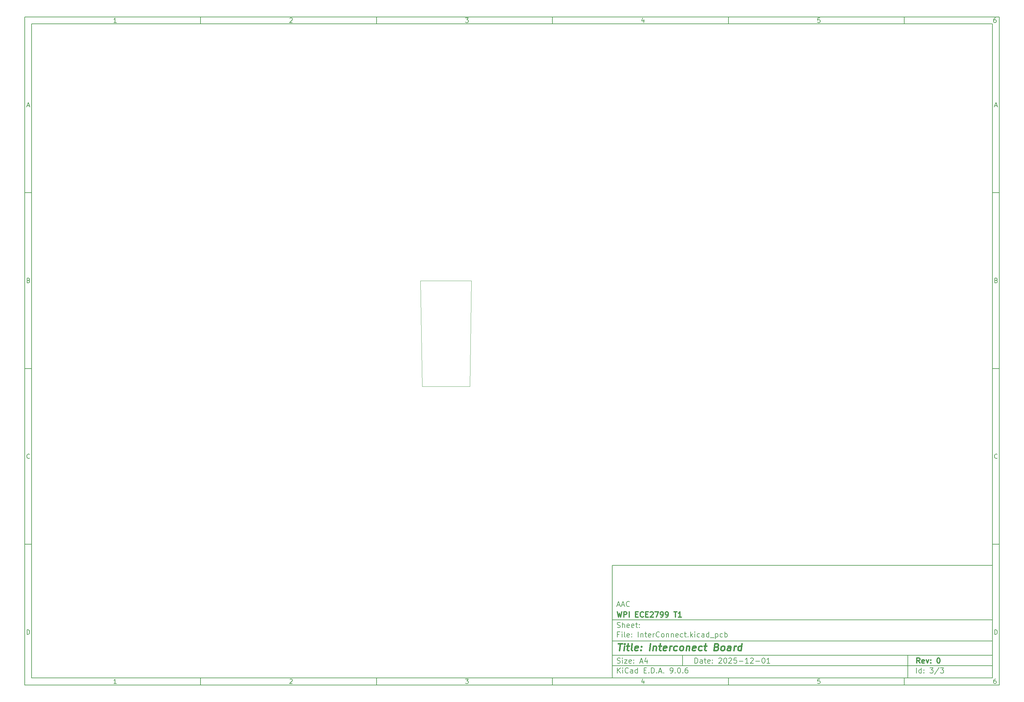
<source format=gbr>
%TF.GenerationSoftware,KiCad,Pcbnew,9.0.6*%
%TF.CreationDate,2025-12-02T11:08:25-05:00*%
%TF.ProjectId,InterConnect,496e7465-7243-46f6-9e6e-6563742e6b69,0*%
%TF.SameCoordinates,Original*%
%TF.FileFunction,Profile,NP*%
%FSLAX46Y46*%
G04 Gerber Fmt 4.6, Leading zero omitted, Abs format (unit mm)*
G04 Created by KiCad (PCBNEW 9.0.6) date 2025-12-02 11:08:25*
%MOMM*%
%LPD*%
G01*
G04 APERTURE LIST*
%ADD10C,0.100000*%
%ADD11C,0.150000*%
%ADD12C,0.300000*%
%ADD13C,0.400000*%
%TA.AperFunction,Profile*%
%ADD14C,0.050000*%
%TD*%
G04 APERTURE END LIST*
D10*
D11*
X177002200Y-166007200D02*
X285002200Y-166007200D01*
X285002200Y-198007200D01*
X177002200Y-198007200D01*
X177002200Y-166007200D01*
D10*
D11*
X10000000Y-10000000D02*
X287002200Y-10000000D01*
X287002200Y-200007200D01*
X10000000Y-200007200D01*
X10000000Y-10000000D01*
D10*
D11*
X12000000Y-12000000D02*
X285002200Y-12000000D01*
X285002200Y-198007200D01*
X12000000Y-198007200D01*
X12000000Y-12000000D01*
D10*
D11*
X60000000Y-12000000D02*
X60000000Y-10000000D01*
D10*
D11*
X110000000Y-12000000D02*
X110000000Y-10000000D01*
D10*
D11*
X160000000Y-12000000D02*
X160000000Y-10000000D01*
D10*
D11*
X210000000Y-12000000D02*
X210000000Y-10000000D01*
D10*
D11*
X260000000Y-12000000D02*
X260000000Y-10000000D01*
D10*
D11*
X36089160Y-11593604D02*
X35346303Y-11593604D01*
X35717731Y-11593604D02*
X35717731Y-10293604D01*
X35717731Y-10293604D02*
X35593922Y-10479319D01*
X35593922Y-10479319D02*
X35470112Y-10603128D01*
X35470112Y-10603128D02*
X35346303Y-10665033D01*
D10*
D11*
X85346303Y-10417414D02*
X85408207Y-10355509D01*
X85408207Y-10355509D02*
X85532017Y-10293604D01*
X85532017Y-10293604D02*
X85841541Y-10293604D01*
X85841541Y-10293604D02*
X85965350Y-10355509D01*
X85965350Y-10355509D02*
X86027255Y-10417414D01*
X86027255Y-10417414D02*
X86089160Y-10541223D01*
X86089160Y-10541223D02*
X86089160Y-10665033D01*
X86089160Y-10665033D02*
X86027255Y-10850747D01*
X86027255Y-10850747D02*
X85284398Y-11593604D01*
X85284398Y-11593604D02*
X86089160Y-11593604D01*
D10*
D11*
X135284398Y-10293604D02*
X136089160Y-10293604D01*
X136089160Y-10293604D02*
X135655826Y-10788842D01*
X135655826Y-10788842D02*
X135841541Y-10788842D01*
X135841541Y-10788842D02*
X135965350Y-10850747D01*
X135965350Y-10850747D02*
X136027255Y-10912652D01*
X136027255Y-10912652D02*
X136089160Y-11036461D01*
X136089160Y-11036461D02*
X136089160Y-11345985D01*
X136089160Y-11345985D02*
X136027255Y-11469795D01*
X136027255Y-11469795D02*
X135965350Y-11531700D01*
X135965350Y-11531700D02*
X135841541Y-11593604D01*
X135841541Y-11593604D02*
X135470112Y-11593604D01*
X135470112Y-11593604D02*
X135346303Y-11531700D01*
X135346303Y-11531700D02*
X135284398Y-11469795D01*
D10*
D11*
X185965350Y-10726938D02*
X185965350Y-11593604D01*
X185655826Y-10231700D02*
X185346303Y-11160271D01*
X185346303Y-11160271D02*
X186151064Y-11160271D01*
D10*
D11*
X236027255Y-10293604D02*
X235408207Y-10293604D01*
X235408207Y-10293604D02*
X235346303Y-10912652D01*
X235346303Y-10912652D02*
X235408207Y-10850747D01*
X235408207Y-10850747D02*
X235532017Y-10788842D01*
X235532017Y-10788842D02*
X235841541Y-10788842D01*
X235841541Y-10788842D02*
X235965350Y-10850747D01*
X235965350Y-10850747D02*
X236027255Y-10912652D01*
X236027255Y-10912652D02*
X236089160Y-11036461D01*
X236089160Y-11036461D02*
X236089160Y-11345985D01*
X236089160Y-11345985D02*
X236027255Y-11469795D01*
X236027255Y-11469795D02*
X235965350Y-11531700D01*
X235965350Y-11531700D02*
X235841541Y-11593604D01*
X235841541Y-11593604D02*
X235532017Y-11593604D01*
X235532017Y-11593604D02*
X235408207Y-11531700D01*
X235408207Y-11531700D02*
X235346303Y-11469795D01*
D10*
D11*
X285965350Y-10293604D02*
X285717731Y-10293604D01*
X285717731Y-10293604D02*
X285593922Y-10355509D01*
X285593922Y-10355509D02*
X285532017Y-10417414D01*
X285532017Y-10417414D02*
X285408207Y-10603128D01*
X285408207Y-10603128D02*
X285346303Y-10850747D01*
X285346303Y-10850747D02*
X285346303Y-11345985D01*
X285346303Y-11345985D02*
X285408207Y-11469795D01*
X285408207Y-11469795D02*
X285470112Y-11531700D01*
X285470112Y-11531700D02*
X285593922Y-11593604D01*
X285593922Y-11593604D02*
X285841541Y-11593604D01*
X285841541Y-11593604D02*
X285965350Y-11531700D01*
X285965350Y-11531700D02*
X286027255Y-11469795D01*
X286027255Y-11469795D02*
X286089160Y-11345985D01*
X286089160Y-11345985D02*
X286089160Y-11036461D01*
X286089160Y-11036461D02*
X286027255Y-10912652D01*
X286027255Y-10912652D02*
X285965350Y-10850747D01*
X285965350Y-10850747D02*
X285841541Y-10788842D01*
X285841541Y-10788842D02*
X285593922Y-10788842D01*
X285593922Y-10788842D02*
X285470112Y-10850747D01*
X285470112Y-10850747D02*
X285408207Y-10912652D01*
X285408207Y-10912652D02*
X285346303Y-11036461D01*
D10*
D11*
X60000000Y-198007200D02*
X60000000Y-200007200D01*
D10*
D11*
X110000000Y-198007200D02*
X110000000Y-200007200D01*
D10*
D11*
X160000000Y-198007200D02*
X160000000Y-200007200D01*
D10*
D11*
X210000000Y-198007200D02*
X210000000Y-200007200D01*
D10*
D11*
X260000000Y-198007200D02*
X260000000Y-200007200D01*
D10*
D11*
X36089160Y-199600804D02*
X35346303Y-199600804D01*
X35717731Y-199600804D02*
X35717731Y-198300804D01*
X35717731Y-198300804D02*
X35593922Y-198486519D01*
X35593922Y-198486519D02*
X35470112Y-198610328D01*
X35470112Y-198610328D02*
X35346303Y-198672233D01*
D10*
D11*
X85346303Y-198424614D02*
X85408207Y-198362709D01*
X85408207Y-198362709D02*
X85532017Y-198300804D01*
X85532017Y-198300804D02*
X85841541Y-198300804D01*
X85841541Y-198300804D02*
X85965350Y-198362709D01*
X85965350Y-198362709D02*
X86027255Y-198424614D01*
X86027255Y-198424614D02*
X86089160Y-198548423D01*
X86089160Y-198548423D02*
X86089160Y-198672233D01*
X86089160Y-198672233D02*
X86027255Y-198857947D01*
X86027255Y-198857947D02*
X85284398Y-199600804D01*
X85284398Y-199600804D02*
X86089160Y-199600804D01*
D10*
D11*
X135284398Y-198300804D02*
X136089160Y-198300804D01*
X136089160Y-198300804D02*
X135655826Y-198796042D01*
X135655826Y-198796042D02*
X135841541Y-198796042D01*
X135841541Y-198796042D02*
X135965350Y-198857947D01*
X135965350Y-198857947D02*
X136027255Y-198919852D01*
X136027255Y-198919852D02*
X136089160Y-199043661D01*
X136089160Y-199043661D02*
X136089160Y-199353185D01*
X136089160Y-199353185D02*
X136027255Y-199476995D01*
X136027255Y-199476995D02*
X135965350Y-199538900D01*
X135965350Y-199538900D02*
X135841541Y-199600804D01*
X135841541Y-199600804D02*
X135470112Y-199600804D01*
X135470112Y-199600804D02*
X135346303Y-199538900D01*
X135346303Y-199538900D02*
X135284398Y-199476995D01*
D10*
D11*
X185965350Y-198734138D02*
X185965350Y-199600804D01*
X185655826Y-198238900D02*
X185346303Y-199167471D01*
X185346303Y-199167471D02*
X186151064Y-199167471D01*
D10*
D11*
X236027255Y-198300804D02*
X235408207Y-198300804D01*
X235408207Y-198300804D02*
X235346303Y-198919852D01*
X235346303Y-198919852D02*
X235408207Y-198857947D01*
X235408207Y-198857947D02*
X235532017Y-198796042D01*
X235532017Y-198796042D02*
X235841541Y-198796042D01*
X235841541Y-198796042D02*
X235965350Y-198857947D01*
X235965350Y-198857947D02*
X236027255Y-198919852D01*
X236027255Y-198919852D02*
X236089160Y-199043661D01*
X236089160Y-199043661D02*
X236089160Y-199353185D01*
X236089160Y-199353185D02*
X236027255Y-199476995D01*
X236027255Y-199476995D02*
X235965350Y-199538900D01*
X235965350Y-199538900D02*
X235841541Y-199600804D01*
X235841541Y-199600804D02*
X235532017Y-199600804D01*
X235532017Y-199600804D02*
X235408207Y-199538900D01*
X235408207Y-199538900D02*
X235346303Y-199476995D01*
D10*
D11*
X285965350Y-198300804D02*
X285717731Y-198300804D01*
X285717731Y-198300804D02*
X285593922Y-198362709D01*
X285593922Y-198362709D02*
X285532017Y-198424614D01*
X285532017Y-198424614D02*
X285408207Y-198610328D01*
X285408207Y-198610328D02*
X285346303Y-198857947D01*
X285346303Y-198857947D02*
X285346303Y-199353185D01*
X285346303Y-199353185D02*
X285408207Y-199476995D01*
X285408207Y-199476995D02*
X285470112Y-199538900D01*
X285470112Y-199538900D02*
X285593922Y-199600804D01*
X285593922Y-199600804D02*
X285841541Y-199600804D01*
X285841541Y-199600804D02*
X285965350Y-199538900D01*
X285965350Y-199538900D02*
X286027255Y-199476995D01*
X286027255Y-199476995D02*
X286089160Y-199353185D01*
X286089160Y-199353185D02*
X286089160Y-199043661D01*
X286089160Y-199043661D02*
X286027255Y-198919852D01*
X286027255Y-198919852D02*
X285965350Y-198857947D01*
X285965350Y-198857947D02*
X285841541Y-198796042D01*
X285841541Y-198796042D02*
X285593922Y-198796042D01*
X285593922Y-198796042D02*
X285470112Y-198857947D01*
X285470112Y-198857947D02*
X285408207Y-198919852D01*
X285408207Y-198919852D02*
X285346303Y-199043661D01*
D10*
D11*
X10000000Y-60000000D02*
X12000000Y-60000000D01*
D10*
D11*
X10000000Y-110000000D02*
X12000000Y-110000000D01*
D10*
D11*
X10000000Y-160000000D02*
X12000000Y-160000000D01*
D10*
D11*
X10690476Y-35222176D02*
X11309523Y-35222176D01*
X10566666Y-35593604D02*
X10999999Y-34293604D01*
X10999999Y-34293604D02*
X11433333Y-35593604D01*
D10*
D11*
X11092857Y-84912652D02*
X11278571Y-84974557D01*
X11278571Y-84974557D02*
X11340476Y-85036461D01*
X11340476Y-85036461D02*
X11402380Y-85160271D01*
X11402380Y-85160271D02*
X11402380Y-85345985D01*
X11402380Y-85345985D02*
X11340476Y-85469795D01*
X11340476Y-85469795D02*
X11278571Y-85531700D01*
X11278571Y-85531700D02*
X11154761Y-85593604D01*
X11154761Y-85593604D02*
X10659523Y-85593604D01*
X10659523Y-85593604D02*
X10659523Y-84293604D01*
X10659523Y-84293604D02*
X11092857Y-84293604D01*
X11092857Y-84293604D02*
X11216666Y-84355509D01*
X11216666Y-84355509D02*
X11278571Y-84417414D01*
X11278571Y-84417414D02*
X11340476Y-84541223D01*
X11340476Y-84541223D02*
X11340476Y-84665033D01*
X11340476Y-84665033D02*
X11278571Y-84788842D01*
X11278571Y-84788842D02*
X11216666Y-84850747D01*
X11216666Y-84850747D02*
X11092857Y-84912652D01*
X11092857Y-84912652D02*
X10659523Y-84912652D01*
D10*
D11*
X11402380Y-135469795D02*
X11340476Y-135531700D01*
X11340476Y-135531700D02*
X11154761Y-135593604D01*
X11154761Y-135593604D02*
X11030952Y-135593604D01*
X11030952Y-135593604D02*
X10845238Y-135531700D01*
X10845238Y-135531700D02*
X10721428Y-135407890D01*
X10721428Y-135407890D02*
X10659523Y-135284080D01*
X10659523Y-135284080D02*
X10597619Y-135036461D01*
X10597619Y-135036461D02*
X10597619Y-134850747D01*
X10597619Y-134850747D02*
X10659523Y-134603128D01*
X10659523Y-134603128D02*
X10721428Y-134479319D01*
X10721428Y-134479319D02*
X10845238Y-134355509D01*
X10845238Y-134355509D02*
X11030952Y-134293604D01*
X11030952Y-134293604D02*
X11154761Y-134293604D01*
X11154761Y-134293604D02*
X11340476Y-134355509D01*
X11340476Y-134355509D02*
X11402380Y-134417414D01*
D10*
D11*
X10659523Y-185593604D02*
X10659523Y-184293604D01*
X10659523Y-184293604D02*
X10969047Y-184293604D01*
X10969047Y-184293604D02*
X11154761Y-184355509D01*
X11154761Y-184355509D02*
X11278571Y-184479319D01*
X11278571Y-184479319D02*
X11340476Y-184603128D01*
X11340476Y-184603128D02*
X11402380Y-184850747D01*
X11402380Y-184850747D02*
X11402380Y-185036461D01*
X11402380Y-185036461D02*
X11340476Y-185284080D01*
X11340476Y-185284080D02*
X11278571Y-185407890D01*
X11278571Y-185407890D02*
X11154761Y-185531700D01*
X11154761Y-185531700D02*
X10969047Y-185593604D01*
X10969047Y-185593604D02*
X10659523Y-185593604D01*
D10*
D11*
X287002200Y-60000000D02*
X285002200Y-60000000D01*
D10*
D11*
X287002200Y-110000000D02*
X285002200Y-110000000D01*
D10*
D11*
X287002200Y-160000000D02*
X285002200Y-160000000D01*
D10*
D11*
X285692676Y-35222176D02*
X286311723Y-35222176D01*
X285568866Y-35593604D02*
X286002199Y-34293604D01*
X286002199Y-34293604D02*
X286435533Y-35593604D01*
D10*
D11*
X286095057Y-84912652D02*
X286280771Y-84974557D01*
X286280771Y-84974557D02*
X286342676Y-85036461D01*
X286342676Y-85036461D02*
X286404580Y-85160271D01*
X286404580Y-85160271D02*
X286404580Y-85345985D01*
X286404580Y-85345985D02*
X286342676Y-85469795D01*
X286342676Y-85469795D02*
X286280771Y-85531700D01*
X286280771Y-85531700D02*
X286156961Y-85593604D01*
X286156961Y-85593604D02*
X285661723Y-85593604D01*
X285661723Y-85593604D02*
X285661723Y-84293604D01*
X285661723Y-84293604D02*
X286095057Y-84293604D01*
X286095057Y-84293604D02*
X286218866Y-84355509D01*
X286218866Y-84355509D02*
X286280771Y-84417414D01*
X286280771Y-84417414D02*
X286342676Y-84541223D01*
X286342676Y-84541223D02*
X286342676Y-84665033D01*
X286342676Y-84665033D02*
X286280771Y-84788842D01*
X286280771Y-84788842D02*
X286218866Y-84850747D01*
X286218866Y-84850747D02*
X286095057Y-84912652D01*
X286095057Y-84912652D02*
X285661723Y-84912652D01*
D10*
D11*
X286404580Y-135469795D02*
X286342676Y-135531700D01*
X286342676Y-135531700D02*
X286156961Y-135593604D01*
X286156961Y-135593604D02*
X286033152Y-135593604D01*
X286033152Y-135593604D02*
X285847438Y-135531700D01*
X285847438Y-135531700D02*
X285723628Y-135407890D01*
X285723628Y-135407890D02*
X285661723Y-135284080D01*
X285661723Y-135284080D02*
X285599819Y-135036461D01*
X285599819Y-135036461D02*
X285599819Y-134850747D01*
X285599819Y-134850747D02*
X285661723Y-134603128D01*
X285661723Y-134603128D02*
X285723628Y-134479319D01*
X285723628Y-134479319D02*
X285847438Y-134355509D01*
X285847438Y-134355509D02*
X286033152Y-134293604D01*
X286033152Y-134293604D02*
X286156961Y-134293604D01*
X286156961Y-134293604D02*
X286342676Y-134355509D01*
X286342676Y-134355509D02*
X286404580Y-134417414D01*
D10*
D11*
X285661723Y-185593604D02*
X285661723Y-184293604D01*
X285661723Y-184293604D02*
X285971247Y-184293604D01*
X285971247Y-184293604D02*
X286156961Y-184355509D01*
X286156961Y-184355509D02*
X286280771Y-184479319D01*
X286280771Y-184479319D02*
X286342676Y-184603128D01*
X286342676Y-184603128D02*
X286404580Y-184850747D01*
X286404580Y-184850747D02*
X286404580Y-185036461D01*
X286404580Y-185036461D02*
X286342676Y-185284080D01*
X286342676Y-185284080D02*
X286280771Y-185407890D01*
X286280771Y-185407890D02*
X286156961Y-185531700D01*
X286156961Y-185531700D02*
X285971247Y-185593604D01*
X285971247Y-185593604D02*
X285661723Y-185593604D01*
D10*
D11*
X200458026Y-193793328D02*
X200458026Y-192293328D01*
X200458026Y-192293328D02*
X200815169Y-192293328D01*
X200815169Y-192293328D02*
X201029455Y-192364757D01*
X201029455Y-192364757D02*
X201172312Y-192507614D01*
X201172312Y-192507614D02*
X201243741Y-192650471D01*
X201243741Y-192650471D02*
X201315169Y-192936185D01*
X201315169Y-192936185D02*
X201315169Y-193150471D01*
X201315169Y-193150471D02*
X201243741Y-193436185D01*
X201243741Y-193436185D02*
X201172312Y-193579042D01*
X201172312Y-193579042D02*
X201029455Y-193721900D01*
X201029455Y-193721900D02*
X200815169Y-193793328D01*
X200815169Y-193793328D02*
X200458026Y-193793328D01*
X202600884Y-193793328D02*
X202600884Y-193007614D01*
X202600884Y-193007614D02*
X202529455Y-192864757D01*
X202529455Y-192864757D02*
X202386598Y-192793328D01*
X202386598Y-192793328D02*
X202100884Y-192793328D01*
X202100884Y-192793328D02*
X201958026Y-192864757D01*
X202600884Y-193721900D02*
X202458026Y-193793328D01*
X202458026Y-193793328D02*
X202100884Y-193793328D01*
X202100884Y-193793328D02*
X201958026Y-193721900D01*
X201958026Y-193721900D02*
X201886598Y-193579042D01*
X201886598Y-193579042D02*
X201886598Y-193436185D01*
X201886598Y-193436185D02*
X201958026Y-193293328D01*
X201958026Y-193293328D02*
X202100884Y-193221900D01*
X202100884Y-193221900D02*
X202458026Y-193221900D01*
X202458026Y-193221900D02*
X202600884Y-193150471D01*
X203100884Y-192793328D02*
X203672312Y-192793328D01*
X203315169Y-192293328D02*
X203315169Y-193579042D01*
X203315169Y-193579042D02*
X203386598Y-193721900D01*
X203386598Y-193721900D02*
X203529455Y-193793328D01*
X203529455Y-193793328D02*
X203672312Y-193793328D01*
X204743741Y-193721900D02*
X204600884Y-193793328D01*
X204600884Y-193793328D02*
X204315170Y-193793328D01*
X204315170Y-193793328D02*
X204172312Y-193721900D01*
X204172312Y-193721900D02*
X204100884Y-193579042D01*
X204100884Y-193579042D02*
X204100884Y-193007614D01*
X204100884Y-193007614D02*
X204172312Y-192864757D01*
X204172312Y-192864757D02*
X204315170Y-192793328D01*
X204315170Y-192793328D02*
X204600884Y-192793328D01*
X204600884Y-192793328D02*
X204743741Y-192864757D01*
X204743741Y-192864757D02*
X204815170Y-193007614D01*
X204815170Y-193007614D02*
X204815170Y-193150471D01*
X204815170Y-193150471D02*
X204100884Y-193293328D01*
X205458026Y-193650471D02*
X205529455Y-193721900D01*
X205529455Y-193721900D02*
X205458026Y-193793328D01*
X205458026Y-193793328D02*
X205386598Y-193721900D01*
X205386598Y-193721900D02*
X205458026Y-193650471D01*
X205458026Y-193650471D02*
X205458026Y-193793328D01*
X205458026Y-192864757D02*
X205529455Y-192936185D01*
X205529455Y-192936185D02*
X205458026Y-193007614D01*
X205458026Y-193007614D02*
X205386598Y-192936185D01*
X205386598Y-192936185D02*
X205458026Y-192864757D01*
X205458026Y-192864757D02*
X205458026Y-193007614D01*
X207243741Y-192436185D02*
X207315169Y-192364757D01*
X207315169Y-192364757D02*
X207458027Y-192293328D01*
X207458027Y-192293328D02*
X207815169Y-192293328D01*
X207815169Y-192293328D02*
X207958027Y-192364757D01*
X207958027Y-192364757D02*
X208029455Y-192436185D01*
X208029455Y-192436185D02*
X208100884Y-192579042D01*
X208100884Y-192579042D02*
X208100884Y-192721900D01*
X208100884Y-192721900D02*
X208029455Y-192936185D01*
X208029455Y-192936185D02*
X207172312Y-193793328D01*
X207172312Y-193793328D02*
X208100884Y-193793328D01*
X209029455Y-192293328D02*
X209172312Y-192293328D01*
X209172312Y-192293328D02*
X209315169Y-192364757D01*
X209315169Y-192364757D02*
X209386598Y-192436185D01*
X209386598Y-192436185D02*
X209458026Y-192579042D01*
X209458026Y-192579042D02*
X209529455Y-192864757D01*
X209529455Y-192864757D02*
X209529455Y-193221900D01*
X209529455Y-193221900D02*
X209458026Y-193507614D01*
X209458026Y-193507614D02*
X209386598Y-193650471D01*
X209386598Y-193650471D02*
X209315169Y-193721900D01*
X209315169Y-193721900D02*
X209172312Y-193793328D01*
X209172312Y-193793328D02*
X209029455Y-193793328D01*
X209029455Y-193793328D02*
X208886598Y-193721900D01*
X208886598Y-193721900D02*
X208815169Y-193650471D01*
X208815169Y-193650471D02*
X208743740Y-193507614D01*
X208743740Y-193507614D02*
X208672312Y-193221900D01*
X208672312Y-193221900D02*
X208672312Y-192864757D01*
X208672312Y-192864757D02*
X208743740Y-192579042D01*
X208743740Y-192579042D02*
X208815169Y-192436185D01*
X208815169Y-192436185D02*
X208886598Y-192364757D01*
X208886598Y-192364757D02*
X209029455Y-192293328D01*
X210100883Y-192436185D02*
X210172311Y-192364757D01*
X210172311Y-192364757D02*
X210315169Y-192293328D01*
X210315169Y-192293328D02*
X210672311Y-192293328D01*
X210672311Y-192293328D02*
X210815169Y-192364757D01*
X210815169Y-192364757D02*
X210886597Y-192436185D01*
X210886597Y-192436185D02*
X210958026Y-192579042D01*
X210958026Y-192579042D02*
X210958026Y-192721900D01*
X210958026Y-192721900D02*
X210886597Y-192936185D01*
X210886597Y-192936185D02*
X210029454Y-193793328D01*
X210029454Y-193793328D02*
X210958026Y-193793328D01*
X212315168Y-192293328D02*
X211600882Y-192293328D01*
X211600882Y-192293328D02*
X211529454Y-193007614D01*
X211529454Y-193007614D02*
X211600882Y-192936185D01*
X211600882Y-192936185D02*
X211743740Y-192864757D01*
X211743740Y-192864757D02*
X212100882Y-192864757D01*
X212100882Y-192864757D02*
X212243740Y-192936185D01*
X212243740Y-192936185D02*
X212315168Y-193007614D01*
X212315168Y-193007614D02*
X212386597Y-193150471D01*
X212386597Y-193150471D02*
X212386597Y-193507614D01*
X212386597Y-193507614D02*
X212315168Y-193650471D01*
X212315168Y-193650471D02*
X212243740Y-193721900D01*
X212243740Y-193721900D02*
X212100882Y-193793328D01*
X212100882Y-193793328D02*
X211743740Y-193793328D01*
X211743740Y-193793328D02*
X211600882Y-193721900D01*
X211600882Y-193721900D02*
X211529454Y-193650471D01*
X213029453Y-193221900D02*
X214172311Y-193221900D01*
X215672311Y-193793328D02*
X214815168Y-193793328D01*
X215243739Y-193793328D02*
X215243739Y-192293328D01*
X215243739Y-192293328D02*
X215100882Y-192507614D01*
X215100882Y-192507614D02*
X214958025Y-192650471D01*
X214958025Y-192650471D02*
X214815168Y-192721900D01*
X216243739Y-192436185D02*
X216315167Y-192364757D01*
X216315167Y-192364757D02*
X216458025Y-192293328D01*
X216458025Y-192293328D02*
X216815167Y-192293328D01*
X216815167Y-192293328D02*
X216958025Y-192364757D01*
X216958025Y-192364757D02*
X217029453Y-192436185D01*
X217029453Y-192436185D02*
X217100882Y-192579042D01*
X217100882Y-192579042D02*
X217100882Y-192721900D01*
X217100882Y-192721900D02*
X217029453Y-192936185D01*
X217029453Y-192936185D02*
X216172310Y-193793328D01*
X216172310Y-193793328D02*
X217100882Y-193793328D01*
X217743738Y-193221900D02*
X218886596Y-193221900D01*
X219886596Y-192293328D02*
X220029453Y-192293328D01*
X220029453Y-192293328D02*
X220172310Y-192364757D01*
X220172310Y-192364757D02*
X220243739Y-192436185D01*
X220243739Y-192436185D02*
X220315167Y-192579042D01*
X220315167Y-192579042D02*
X220386596Y-192864757D01*
X220386596Y-192864757D02*
X220386596Y-193221900D01*
X220386596Y-193221900D02*
X220315167Y-193507614D01*
X220315167Y-193507614D02*
X220243739Y-193650471D01*
X220243739Y-193650471D02*
X220172310Y-193721900D01*
X220172310Y-193721900D02*
X220029453Y-193793328D01*
X220029453Y-193793328D02*
X219886596Y-193793328D01*
X219886596Y-193793328D02*
X219743739Y-193721900D01*
X219743739Y-193721900D02*
X219672310Y-193650471D01*
X219672310Y-193650471D02*
X219600881Y-193507614D01*
X219600881Y-193507614D02*
X219529453Y-193221900D01*
X219529453Y-193221900D02*
X219529453Y-192864757D01*
X219529453Y-192864757D02*
X219600881Y-192579042D01*
X219600881Y-192579042D02*
X219672310Y-192436185D01*
X219672310Y-192436185D02*
X219743739Y-192364757D01*
X219743739Y-192364757D02*
X219886596Y-192293328D01*
X221815167Y-193793328D02*
X220958024Y-193793328D01*
X221386595Y-193793328D02*
X221386595Y-192293328D01*
X221386595Y-192293328D02*
X221243738Y-192507614D01*
X221243738Y-192507614D02*
X221100881Y-192650471D01*
X221100881Y-192650471D02*
X220958024Y-192721900D01*
D10*
D11*
X177002200Y-194507200D02*
X285002200Y-194507200D01*
D10*
D11*
X178458026Y-196593328D02*
X178458026Y-195093328D01*
X179315169Y-196593328D02*
X178672312Y-195736185D01*
X179315169Y-195093328D02*
X178458026Y-195950471D01*
X179958026Y-196593328D02*
X179958026Y-195593328D01*
X179958026Y-195093328D02*
X179886598Y-195164757D01*
X179886598Y-195164757D02*
X179958026Y-195236185D01*
X179958026Y-195236185D02*
X180029455Y-195164757D01*
X180029455Y-195164757D02*
X179958026Y-195093328D01*
X179958026Y-195093328D02*
X179958026Y-195236185D01*
X181529455Y-196450471D02*
X181458027Y-196521900D01*
X181458027Y-196521900D02*
X181243741Y-196593328D01*
X181243741Y-196593328D02*
X181100884Y-196593328D01*
X181100884Y-196593328D02*
X180886598Y-196521900D01*
X180886598Y-196521900D02*
X180743741Y-196379042D01*
X180743741Y-196379042D02*
X180672312Y-196236185D01*
X180672312Y-196236185D02*
X180600884Y-195950471D01*
X180600884Y-195950471D02*
X180600884Y-195736185D01*
X180600884Y-195736185D02*
X180672312Y-195450471D01*
X180672312Y-195450471D02*
X180743741Y-195307614D01*
X180743741Y-195307614D02*
X180886598Y-195164757D01*
X180886598Y-195164757D02*
X181100884Y-195093328D01*
X181100884Y-195093328D02*
X181243741Y-195093328D01*
X181243741Y-195093328D02*
X181458027Y-195164757D01*
X181458027Y-195164757D02*
X181529455Y-195236185D01*
X182815170Y-196593328D02*
X182815170Y-195807614D01*
X182815170Y-195807614D02*
X182743741Y-195664757D01*
X182743741Y-195664757D02*
X182600884Y-195593328D01*
X182600884Y-195593328D02*
X182315170Y-195593328D01*
X182315170Y-195593328D02*
X182172312Y-195664757D01*
X182815170Y-196521900D02*
X182672312Y-196593328D01*
X182672312Y-196593328D02*
X182315170Y-196593328D01*
X182315170Y-196593328D02*
X182172312Y-196521900D01*
X182172312Y-196521900D02*
X182100884Y-196379042D01*
X182100884Y-196379042D02*
X182100884Y-196236185D01*
X182100884Y-196236185D02*
X182172312Y-196093328D01*
X182172312Y-196093328D02*
X182315170Y-196021900D01*
X182315170Y-196021900D02*
X182672312Y-196021900D01*
X182672312Y-196021900D02*
X182815170Y-195950471D01*
X184172313Y-196593328D02*
X184172313Y-195093328D01*
X184172313Y-196521900D02*
X184029455Y-196593328D01*
X184029455Y-196593328D02*
X183743741Y-196593328D01*
X183743741Y-196593328D02*
X183600884Y-196521900D01*
X183600884Y-196521900D02*
X183529455Y-196450471D01*
X183529455Y-196450471D02*
X183458027Y-196307614D01*
X183458027Y-196307614D02*
X183458027Y-195879042D01*
X183458027Y-195879042D02*
X183529455Y-195736185D01*
X183529455Y-195736185D02*
X183600884Y-195664757D01*
X183600884Y-195664757D02*
X183743741Y-195593328D01*
X183743741Y-195593328D02*
X184029455Y-195593328D01*
X184029455Y-195593328D02*
X184172313Y-195664757D01*
X186029455Y-195807614D02*
X186529455Y-195807614D01*
X186743741Y-196593328D02*
X186029455Y-196593328D01*
X186029455Y-196593328D02*
X186029455Y-195093328D01*
X186029455Y-195093328D02*
X186743741Y-195093328D01*
X187386598Y-196450471D02*
X187458027Y-196521900D01*
X187458027Y-196521900D02*
X187386598Y-196593328D01*
X187386598Y-196593328D02*
X187315170Y-196521900D01*
X187315170Y-196521900D02*
X187386598Y-196450471D01*
X187386598Y-196450471D02*
X187386598Y-196593328D01*
X188100884Y-196593328D02*
X188100884Y-195093328D01*
X188100884Y-195093328D02*
X188458027Y-195093328D01*
X188458027Y-195093328D02*
X188672313Y-195164757D01*
X188672313Y-195164757D02*
X188815170Y-195307614D01*
X188815170Y-195307614D02*
X188886599Y-195450471D01*
X188886599Y-195450471D02*
X188958027Y-195736185D01*
X188958027Y-195736185D02*
X188958027Y-195950471D01*
X188958027Y-195950471D02*
X188886599Y-196236185D01*
X188886599Y-196236185D02*
X188815170Y-196379042D01*
X188815170Y-196379042D02*
X188672313Y-196521900D01*
X188672313Y-196521900D02*
X188458027Y-196593328D01*
X188458027Y-196593328D02*
X188100884Y-196593328D01*
X189600884Y-196450471D02*
X189672313Y-196521900D01*
X189672313Y-196521900D02*
X189600884Y-196593328D01*
X189600884Y-196593328D02*
X189529456Y-196521900D01*
X189529456Y-196521900D02*
X189600884Y-196450471D01*
X189600884Y-196450471D02*
X189600884Y-196593328D01*
X190243742Y-196164757D02*
X190958028Y-196164757D01*
X190100885Y-196593328D02*
X190600885Y-195093328D01*
X190600885Y-195093328D02*
X191100885Y-196593328D01*
X191600884Y-196450471D02*
X191672313Y-196521900D01*
X191672313Y-196521900D02*
X191600884Y-196593328D01*
X191600884Y-196593328D02*
X191529456Y-196521900D01*
X191529456Y-196521900D02*
X191600884Y-196450471D01*
X191600884Y-196450471D02*
X191600884Y-196593328D01*
X193529456Y-196593328D02*
X193815170Y-196593328D01*
X193815170Y-196593328D02*
X193958027Y-196521900D01*
X193958027Y-196521900D02*
X194029456Y-196450471D01*
X194029456Y-196450471D02*
X194172313Y-196236185D01*
X194172313Y-196236185D02*
X194243742Y-195950471D01*
X194243742Y-195950471D02*
X194243742Y-195379042D01*
X194243742Y-195379042D02*
X194172313Y-195236185D01*
X194172313Y-195236185D02*
X194100885Y-195164757D01*
X194100885Y-195164757D02*
X193958027Y-195093328D01*
X193958027Y-195093328D02*
X193672313Y-195093328D01*
X193672313Y-195093328D02*
X193529456Y-195164757D01*
X193529456Y-195164757D02*
X193458027Y-195236185D01*
X193458027Y-195236185D02*
X193386599Y-195379042D01*
X193386599Y-195379042D02*
X193386599Y-195736185D01*
X193386599Y-195736185D02*
X193458027Y-195879042D01*
X193458027Y-195879042D02*
X193529456Y-195950471D01*
X193529456Y-195950471D02*
X193672313Y-196021900D01*
X193672313Y-196021900D02*
X193958027Y-196021900D01*
X193958027Y-196021900D02*
X194100885Y-195950471D01*
X194100885Y-195950471D02*
X194172313Y-195879042D01*
X194172313Y-195879042D02*
X194243742Y-195736185D01*
X194886598Y-196450471D02*
X194958027Y-196521900D01*
X194958027Y-196521900D02*
X194886598Y-196593328D01*
X194886598Y-196593328D02*
X194815170Y-196521900D01*
X194815170Y-196521900D02*
X194886598Y-196450471D01*
X194886598Y-196450471D02*
X194886598Y-196593328D01*
X195886599Y-195093328D02*
X196029456Y-195093328D01*
X196029456Y-195093328D02*
X196172313Y-195164757D01*
X196172313Y-195164757D02*
X196243742Y-195236185D01*
X196243742Y-195236185D02*
X196315170Y-195379042D01*
X196315170Y-195379042D02*
X196386599Y-195664757D01*
X196386599Y-195664757D02*
X196386599Y-196021900D01*
X196386599Y-196021900D02*
X196315170Y-196307614D01*
X196315170Y-196307614D02*
X196243742Y-196450471D01*
X196243742Y-196450471D02*
X196172313Y-196521900D01*
X196172313Y-196521900D02*
X196029456Y-196593328D01*
X196029456Y-196593328D02*
X195886599Y-196593328D01*
X195886599Y-196593328D02*
X195743742Y-196521900D01*
X195743742Y-196521900D02*
X195672313Y-196450471D01*
X195672313Y-196450471D02*
X195600884Y-196307614D01*
X195600884Y-196307614D02*
X195529456Y-196021900D01*
X195529456Y-196021900D02*
X195529456Y-195664757D01*
X195529456Y-195664757D02*
X195600884Y-195379042D01*
X195600884Y-195379042D02*
X195672313Y-195236185D01*
X195672313Y-195236185D02*
X195743742Y-195164757D01*
X195743742Y-195164757D02*
X195886599Y-195093328D01*
X197029455Y-196450471D02*
X197100884Y-196521900D01*
X197100884Y-196521900D02*
X197029455Y-196593328D01*
X197029455Y-196593328D02*
X196958027Y-196521900D01*
X196958027Y-196521900D02*
X197029455Y-196450471D01*
X197029455Y-196450471D02*
X197029455Y-196593328D01*
X198386599Y-195093328D02*
X198100884Y-195093328D01*
X198100884Y-195093328D02*
X197958027Y-195164757D01*
X197958027Y-195164757D02*
X197886599Y-195236185D01*
X197886599Y-195236185D02*
X197743741Y-195450471D01*
X197743741Y-195450471D02*
X197672313Y-195736185D01*
X197672313Y-195736185D02*
X197672313Y-196307614D01*
X197672313Y-196307614D02*
X197743741Y-196450471D01*
X197743741Y-196450471D02*
X197815170Y-196521900D01*
X197815170Y-196521900D02*
X197958027Y-196593328D01*
X197958027Y-196593328D02*
X198243741Y-196593328D01*
X198243741Y-196593328D02*
X198386599Y-196521900D01*
X198386599Y-196521900D02*
X198458027Y-196450471D01*
X198458027Y-196450471D02*
X198529456Y-196307614D01*
X198529456Y-196307614D02*
X198529456Y-195950471D01*
X198529456Y-195950471D02*
X198458027Y-195807614D01*
X198458027Y-195807614D02*
X198386599Y-195736185D01*
X198386599Y-195736185D02*
X198243741Y-195664757D01*
X198243741Y-195664757D02*
X197958027Y-195664757D01*
X197958027Y-195664757D02*
X197815170Y-195736185D01*
X197815170Y-195736185D02*
X197743741Y-195807614D01*
X197743741Y-195807614D02*
X197672313Y-195950471D01*
D10*
D11*
X177002200Y-191507200D02*
X285002200Y-191507200D01*
D10*
D12*
X264413853Y-193785528D02*
X263913853Y-193071242D01*
X263556710Y-193785528D02*
X263556710Y-192285528D01*
X263556710Y-192285528D02*
X264128139Y-192285528D01*
X264128139Y-192285528D02*
X264270996Y-192356957D01*
X264270996Y-192356957D02*
X264342425Y-192428385D01*
X264342425Y-192428385D02*
X264413853Y-192571242D01*
X264413853Y-192571242D02*
X264413853Y-192785528D01*
X264413853Y-192785528D02*
X264342425Y-192928385D01*
X264342425Y-192928385D02*
X264270996Y-192999814D01*
X264270996Y-192999814D02*
X264128139Y-193071242D01*
X264128139Y-193071242D02*
X263556710Y-193071242D01*
X265628139Y-193714100D02*
X265485282Y-193785528D01*
X265485282Y-193785528D02*
X265199568Y-193785528D01*
X265199568Y-193785528D02*
X265056710Y-193714100D01*
X265056710Y-193714100D02*
X264985282Y-193571242D01*
X264985282Y-193571242D02*
X264985282Y-192999814D01*
X264985282Y-192999814D02*
X265056710Y-192856957D01*
X265056710Y-192856957D02*
X265199568Y-192785528D01*
X265199568Y-192785528D02*
X265485282Y-192785528D01*
X265485282Y-192785528D02*
X265628139Y-192856957D01*
X265628139Y-192856957D02*
X265699568Y-192999814D01*
X265699568Y-192999814D02*
X265699568Y-193142671D01*
X265699568Y-193142671D02*
X264985282Y-193285528D01*
X266199567Y-192785528D02*
X266556710Y-193785528D01*
X266556710Y-193785528D02*
X266913853Y-192785528D01*
X267485281Y-193642671D02*
X267556710Y-193714100D01*
X267556710Y-193714100D02*
X267485281Y-193785528D01*
X267485281Y-193785528D02*
X267413853Y-193714100D01*
X267413853Y-193714100D02*
X267485281Y-193642671D01*
X267485281Y-193642671D02*
X267485281Y-193785528D01*
X267485281Y-192856957D02*
X267556710Y-192928385D01*
X267556710Y-192928385D02*
X267485281Y-192999814D01*
X267485281Y-192999814D02*
X267413853Y-192928385D01*
X267413853Y-192928385D02*
X267485281Y-192856957D01*
X267485281Y-192856957D02*
X267485281Y-192999814D01*
X269628139Y-192285528D02*
X269770996Y-192285528D01*
X269770996Y-192285528D02*
X269913853Y-192356957D01*
X269913853Y-192356957D02*
X269985282Y-192428385D01*
X269985282Y-192428385D02*
X270056710Y-192571242D01*
X270056710Y-192571242D02*
X270128139Y-192856957D01*
X270128139Y-192856957D02*
X270128139Y-193214100D01*
X270128139Y-193214100D02*
X270056710Y-193499814D01*
X270056710Y-193499814D02*
X269985282Y-193642671D01*
X269985282Y-193642671D02*
X269913853Y-193714100D01*
X269913853Y-193714100D02*
X269770996Y-193785528D01*
X269770996Y-193785528D02*
X269628139Y-193785528D01*
X269628139Y-193785528D02*
X269485282Y-193714100D01*
X269485282Y-193714100D02*
X269413853Y-193642671D01*
X269413853Y-193642671D02*
X269342424Y-193499814D01*
X269342424Y-193499814D02*
X269270996Y-193214100D01*
X269270996Y-193214100D02*
X269270996Y-192856957D01*
X269270996Y-192856957D02*
X269342424Y-192571242D01*
X269342424Y-192571242D02*
X269413853Y-192428385D01*
X269413853Y-192428385D02*
X269485282Y-192356957D01*
X269485282Y-192356957D02*
X269628139Y-192285528D01*
D10*
D11*
X178386598Y-193721900D02*
X178600884Y-193793328D01*
X178600884Y-193793328D02*
X178958026Y-193793328D01*
X178958026Y-193793328D02*
X179100884Y-193721900D01*
X179100884Y-193721900D02*
X179172312Y-193650471D01*
X179172312Y-193650471D02*
X179243741Y-193507614D01*
X179243741Y-193507614D02*
X179243741Y-193364757D01*
X179243741Y-193364757D02*
X179172312Y-193221900D01*
X179172312Y-193221900D02*
X179100884Y-193150471D01*
X179100884Y-193150471D02*
X178958026Y-193079042D01*
X178958026Y-193079042D02*
X178672312Y-193007614D01*
X178672312Y-193007614D02*
X178529455Y-192936185D01*
X178529455Y-192936185D02*
X178458026Y-192864757D01*
X178458026Y-192864757D02*
X178386598Y-192721900D01*
X178386598Y-192721900D02*
X178386598Y-192579042D01*
X178386598Y-192579042D02*
X178458026Y-192436185D01*
X178458026Y-192436185D02*
X178529455Y-192364757D01*
X178529455Y-192364757D02*
X178672312Y-192293328D01*
X178672312Y-192293328D02*
X179029455Y-192293328D01*
X179029455Y-192293328D02*
X179243741Y-192364757D01*
X179886597Y-193793328D02*
X179886597Y-192793328D01*
X179886597Y-192293328D02*
X179815169Y-192364757D01*
X179815169Y-192364757D02*
X179886597Y-192436185D01*
X179886597Y-192436185D02*
X179958026Y-192364757D01*
X179958026Y-192364757D02*
X179886597Y-192293328D01*
X179886597Y-192293328D02*
X179886597Y-192436185D01*
X180458026Y-192793328D02*
X181243741Y-192793328D01*
X181243741Y-192793328D02*
X180458026Y-193793328D01*
X180458026Y-193793328D02*
X181243741Y-193793328D01*
X182386598Y-193721900D02*
X182243741Y-193793328D01*
X182243741Y-193793328D02*
X181958027Y-193793328D01*
X181958027Y-193793328D02*
X181815169Y-193721900D01*
X181815169Y-193721900D02*
X181743741Y-193579042D01*
X181743741Y-193579042D02*
X181743741Y-193007614D01*
X181743741Y-193007614D02*
X181815169Y-192864757D01*
X181815169Y-192864757D02*
X181958027Y-192793328D01*
X181958027Y-192793328D02*
X182243741Y-192793328D01*
X182243741Y-192793328D02*
X182386598Y-192864757D01*
X182386598Y-192864757D02*
X182458027Y-193007614D01*
X182458027Y-193007614D02*
X182458027Y-193150471D01*
X182458027Y-193150471D02*
X181743741Y-193293328D01*
X183100883Y-193650471D02*
X183172312Y-193721900D01*
X183172312Y-193721900D02*
X183100883Y-193793328D01*
X183100883Y-193793328D02*
X183029455Y-193721900D01*
X183029455Y-193721900D02*
X183100883Y-193650471D01*
X183100883Y-193650471D02*
X183100883Y-193793328D01*
X183100883Y-192864757D02*
X183172312Y-192936185D01*
X183172312Y-192936185D02*
X183100883Y-193007614D01*
X183100883Y-193007614D02*
X183029455Y-192936185D01*
X183029455Y-192936185D02*
X183100883Y-192864757D01*
X183100883Y-192864757D02*
X183100883Y-193007614D01*
X184886598Y-193364757D02*
X185600884Y-193364757D01*
X184743741Y-193793328D02*
X185243741Y-192293328D01*
X185243741Y-192293328D02*
X185743741Y-193793328D01*
X186886598Y-192793328D02*
X186886598Y-193793328D01*
X186529455Y-192221900D02*
X186172312Y-193293328D01*
X186172312Y-193293328D02*
X187100883Y-193293328D01*
D10*
D11*
X263458026Y-196593328D02*
X263458026Y-195093328D01*
X264815170Y-196593328D02*
X264815170Y-195093328D01*
X264815170Y-196521900D02*
X264672312Y-196593328D01*
X264672312Y-196593328D02*
X264386598Y-196593328D01*
X264386598Y-196593328D02*
X264243741Y-196521900D01*
X264243741Y-196521900D02*
X264172312Y-196450471D01*
X264172312Y-196450471D02*
X264100884Y-196307614D01*
X264100884Y-196307614D02*
X264100884Y-195879042D01*
X264100884Y-195879042D02*
X264172312Y-195736185D01*
X264172312Y-195736185D02*
X264243741Y-195664757D01*
X264243741Y-195664757D02*
X264386598Y-195593328D01*
X264386598Y-195593328D02*
X264672312Y-195593328D01*
X264672312Y-195593328D02*
X264815170Y-195664757D01*
X265529455Y-196450471D02*
X265600884Y-196521900D01*
X265600884Y-196521900D02*
X265529455Y-196593328D01*
X265529455Y-196593328D02*
X265458027Y-196521900D01*
X265458027Y-196521900D02*
X265529455Y-196450471D01*
X265529455Y-196450471D02*
X265529455Y-196593328D01*
X265529455Y-195664757D02*
X265600884Y-195736185D01*
X265600884Y-195736185D02*
X265529455Y-195807614D01*
X265529455Y-195807614D02*
X265458027Y-195736185D01*
X265458027Y-195736185D02*
X265529455Y-195664757D01*
X265529455Y-195664757D02*
X265529455Y-195807614D01*
X267243741Y-195093328D02*
X268172313Y-195093328D01*
X268172313Y-195093328D02*
X267672313Y-195664757D01*
X267672313Y-195664757D02*
X267886598Y-195664757D01*
X267886598Y-195664757D02*
X268029456Y-195736185D01*
X268029456Y-195736185D02*
X268100884Y-195807614D01*
X268100884Y-195807614D02*
X268172313Y-195950471D01*
X268172313Y-195950471D02*
X268172313Y-196307614D01*
X268172313Y-196307614D02*
X268100884Y-196450471D01*
X268100884Y-196450471D02*
X268029456Y-196521900D01*
X268029456Y-196521900D02*
X267886598Y-196593328D01*
X267886598Y-196593328D02*
X267458027Y-196593328D01*
X267458027Y-196593328D02*
X267315170Y-196521900D01*
X267315170Y-196521900D02*
X267243741Y-196450471D01*
X269886598Y-195021900D02*
X268600884Y-196950471D01*
X270243741Y-195093328D02*
X271172313Y-195093328D01*
X271172313Y-195093328D02*
X270672313Y-195664757D01*
X270672313Y-195664757D02*
X270886598Y-195664757D01*
X270886598Y-195664757D02*
X271029456Y-195736185D01*
X271029456Y-195736185D02*
X271100884Y-195807614D01*
X271100884Y-195807614D02*
X271172313Y-195950471D01*
X271172313Y-195950471D02*
X271172313Y-196307614D01*
X271172313Y-196307614D02*
X271100884Y-196450471D01*
X271100884Y-196450471D02*
X271029456Y-196521900D01*
X271029456Y-196521900D02*
X270886598Y-196593328D01*
X270886598Y-196593328D02*
X270458027Y-196593328D01*
X270458027Y-196593328D02*
X270315170Y-196521900D01*
X270315170Y-196521900D02*
X270243741Y-196450471D01*
D10*
D11*
X177002200Y-187507200D02*
X285002200Y-187507200D01*
D10*
D13*
X178693928Y-188211638D02*
X179836785Y-188211638D01*
X179015357Y-190211638D02*
X179265357Y-188211638D01*
X180253452Y-190211638D02*
X180420119Y-188878304D01*
X180503452Y-188211638D02*
X180396309Y-188306876D01*
X180396309Y-188306876D02*
X180479643Y-188402114D01*
X180479643Y-188402114D02*
X180586786Y-188306876D01*
X180586786Y-188306876D02*
X180503452Y-188211638D01*
X180503452Y-188211638D02*
X180479643Y-188402114D01*
X181086786Y-188878304D02*
X181848690Y-188878304D01*
X181455833Y-188211638D02*
X181241548Y-189925923D01*
X181241548Y-189925923D02*
X181312976Y-190116400D01*
X181312976Y-190116400D02*
X181491548Y-190211638D01*
X181491548Y-190211638D02*
X181682024Y-190211638D01*
X182634405Y-190211638D02*
X182455833Y-190116400D01*
X182455833Y-190116400D02*
X182384405Y-189925923D01*
X182384405Y-189925923D02*
X182598690Y-188211638D01*
X184170119Y-190116400D02*
X183967738Y-190211638D01*
X183967738Y-190211638D02*
X183586785Y-190211638D01*
X183586785Y-190211638D02*
X183408214Y-190116400D01*
X183408214Y-190116400D02*
X183336785Y-189925923D01*
X183336785Y-189925923D02*
X183432024Y-189164019D01*
X183432024Y-189164019D02*
X183551071Y-188973542D01*
X183551071Y-188973542D02*
X183753452Y-188878304D01*
X183753452Y-188878304D02*
X184134404Y-188878304D01*
X184134404Y-188878304D02*
X184312976Y-188973542D01*
X184312976Y-188973542D02*
X184384404Y-189164019D01*
X184384404Y-189164019D02*
X184360595Y-189354495D01*
X184360595Y-189354495D02*
X183384404Y-189544971D01*
X185134405Y-190021161D02*
X185217738Y-190116400D01*
X185217738Y-190116400D02*
X185110595Y-190211638D01*
X185110595Y-190211638D02*
X185027262Y-190116400D01*
X185027262Y-190116400D02*
X185134405Y-190021161D01*
X185134405Y-190021161D02*
X185110595Y-190211638D01*
X185265357Y-188973542D02*
X185348690Y-189068780D01*
X185348690Y-189068780D02*
X185241548Y-189164019D01*
X185241548Y-189164019D02*
X185158214Y-189068780D01*
X185158214Y-189068780D02*
X185265357Y-188973542D01*
X185265357Y-188973542D02*
X185241548Y-189164019D01*
X187586786Y-190211638D02*
X187836786Y-188211638D01*
X188705834Y-188878304D02*
X188539167Y-190211638D01*
X188682024Y-189068780D02*
X188789167Y-188973542D01*
X188789167Y-188973542D02*
X188991548Y-188878304D01*
X188991548Y-188878304D02*
X189277262Y-188878304D01*
X189277262Y-188878304D02*
X189455834Y-188973542D01*
X189455834Y-188973542D02*
X189527262Y-189164019D01*
X189527262Y-189164019D02*
X189396310Y-190211638D01*
X190229644Y-188878304D02*
X190991548Y-188878304D01*
X190598691Y-188211638D02*
X190384406Y-189925923D01*
X190384406Y-189925923D02*
X190455834Y-190116400D01*
X190455834Y-190116400D02*
X190634406Y-190211638D01*
X190634406Y-190211638D02*
X190824882Y-190211638D01*
X192265358Y-190116400D02*
X192062977Y-190211638D01*
X192062977Y-190211638D02*
X191682024Y-190211638D01*
X191682024Y-190211638D02*
X191503453Y-190116400D01*
X191503453Y-190116400D02*
X191432024Y-189925923D01*
X191432024Y-189925923D02*
X191527263Y-189164019D01*
X191527263Y-189164019D02*
X191646310Y-188973542D01*
X191646310Y-188973542D02*
X191848691Y-188878304D01*
X191848691Y-188878304D02*
X192229643Y-188878304D01*
X192229643Y-188878304D02*
X192408215Y-188973542D01*
X192408215Y-188973542D02*
X192479643Y-189164019D01*
X192479643Y-189164019D02*
X192455834Y-189354495D01*
X192455834Y-189354495D02*
X191479643Y-189544971D01*
X193205834Y-190211638D02*
X193372501Y-188878304D01*
X193324882Y-189259257D02*
X193443929Y-189068780D01*
X193443929Y-189068780D02*
X193551072Y-188973542D01*
X193551072Y-188973542D02*
X193753453Y-188878304D01*
X193753453Y-188878304D02*
X193943929Y-188878304D01*
X195312977Y-190116400D02*
X195110596Y-190211638D01*
X195110596Y-190211638D02*
X194729644Y-190211638D01*
X194729644Y-190211638D02*
X194551072Y-190116400D01*
X194551072Y-190116400D02*
X194467739Y-190021161D01*
X194467739Y-190021161D02*
X194396310Y-189830685D01*
X194396310Y-189830685D02*
X194467739Y-189259257D01*
X194467739Y-189259257D02*
X194586786Y-189068780D01*
X194586786Y-189068780D02*
X194693929Y-188973542D01*
X194693929Y-188973542D02*
X194896310Y-188878304D01*
X194896310Y-188878304D02*
X195277263Y-188878304D01*
X195277263Y-188878304D02*
X195455834Y-188973542D01*
X196443930Y-190211638D02*
X196265358Y-190116400D01*
X196265358Y-190116400D02*
X196182025Y-190021161D01*
X196182025Y-190021161D02*
X196110596Y-189830685D01*
X196110596Y-189830685D02*
X196182025Y-189259257D01*
X196182025Y-189259257D02*
X196301072Y-189068780D01*
X196301072Y-189068780D02*
X196408215Y-188973542D01*
X196408215Y-188973542D02*
X196610596Y-188878304D01*
X196610596Y-188878304D02*
X196896310Y-188878304D01*
X196896310Y-188878304D02*
X197074882Y-188973542D01*
X197074882Y-188973542D02*
X197158215Y-189068780D01*
X197158215Y-189068780D02*
X197229644Y-189259257D01*
X197229644Y-189259257D02*
X197158215Y-189830685D01*
X197158215Y-189830685D02*
X197039168Y-190021161D01*
X197039168Y-190021161D02*
X196932025Y-190116400D01*
X196932025Y-190116400D02*
X196729644Y-190211638D01*
X196729644Y-190211638D02*
X196443930Y-190211638D01*
X198134406Y-188878304D02*
X197967739Y-190211638D01*
X198110596Y-189068780D02*
X198217739Y-188973542D01*
X198217739Y-188973542D02*
X198420120Y-188878304D01*
X198420120Y-188878304D02*
X198705834Y-188878304D01*
X198705834Y-188878304D02*
X198884406Y-188973542D01*
X198884406Y-188973542D02*
X198955834Y-189164019D01*
X198955834Y-189164019D02*
X198824882Y-190211638D01*
X200551073Y-190116400D02*
X200348692Y-190211638D01*
X200348692Y-190211638D02*
X199967739Y-190211638D01*
X199967739Y-190211638D02*
X199789168Y-190116400D01*
X199789168Y-190116400D02*
X199717739Y-189925923D01*
X199717739Y-189925923D02*
X199812978Y-189164019D01*
X199812978Y-189164019D02*
X199932025Y-188973542D01*
X199932025Y-188973542D02*
X200134406Y-188878304D01*
X200134406Y-188878304D02*
X200515358Y-188878304D01*
X200515358Y-188878304D02*
X200693930Y-188973542D01*
X200693930Y-188973542D02*
X200765358Y-189164019D01*
X200765358Y-189164019D02*
X200741549Y-189354495D01*
X200741549Y-189354495D02*
X199765358Y-189544971D01*
X202360597Y-190116400D02*
X202158216Y-190211638D01*
X202158216Y-190211638D02*
X201777264Y-190211638D01*
X201777264Y-190211638D02*
X201598692Y-190116400D01*
X201598692Y-190116400D02*
X201515359Y-190021161D01*
X201515359Y-190021161D02*
X201443930Y-189830685D01*
X201443930Y-189830685D02*
X201515359Y-189259257D01*
X201515359Y-189259257D02*
X201634406Y-189068780D01*
X201634406Y-189068780D02*
X201741549Y-188973542D01*
X201741549Y-188973542D02*
X201943930Y-188878304D01*
X201943930Y-188878304D02*
X202324883Y-188878304D01*
X202324883Y-188878304D02*
X202503454Y-188973542D01*
X203086788Y-188878304D02*
X203848692Y-188878304D01*
X203455835Y-188211638D02*
X203241550Y-189925923D01*
X203241550Y-189925923D02*
X203312978Y-190116400D01*
X203312978Y-190116400D02*
X203491550Y-190211638D01*
X203491550Y-190211638D02*
X203682026Y-190211638D01*
X206670121Y-189164019D02*
X206943931Y-189259257D01*
X206943931Y-189259257D02*
X207027264Y-189354495D01*
X207027264Y-189354495D02*
X207098693Y-189544971D01*
X207098693Y-189544971D02*
X207062978Y-189830685D01*
X207062978Y-189830685D02*
X206943931Y-190021161D01*
X206943931Y-190021161D02*
X206836788Y-190116400D01*
X206836788Y-190116400D02*
X206634407Y-190211638D01*
X206634407Y-190211638D02*
X205872502Y-190211638D01*
X205872502Y-190211638D02*
X206122502Y-188211638D01*
X206122502Y-188211638D02*
X206789169Y-188211638D01*
X206789169Y-188211638D02*
X206967740Y-188306876D01*
X206967740Y-188306876D02*
X207051074Y-188402114D01*
X207051074Y-188402114D02*
X207122502Y-188592590D01*
X207122502Y-188592590D02*
X207098693Y-188783066D01*
X207098693Y-188783066D02*
X206979645Y-188973542D01*
X206979645Y-188973542D02*
X206872502Y-189068780D01*
X206872502Y-189068780D02*
X206670121Y-189164019D01*
X206670121Y-189164019D02*
X206003455Y-189164019D01*
X208158217Y-190211638D02*
X207979645Y-190116400D01*
X207979645Y-190116400D02*
X207896312Y-190021161D01*
X207896312Y-190021161D02*
X207824883Y-189830685D01*
X207824883Y-189830685D02*
X207896312Y-189259257D01*
X207896312Y-189259257D02*
X208015359Y-189068780D01*
X208015359Y-189068780D02*
X208122502Y-188973542D01*
X208122502Y-188973542D02*
X208324883Y-188878304D01*
X208324883Y-188878304D02*
X208610597Y-188878304D01*
X208610597Y-188878304D02*
X208789169Y-188973542D01*
X208789169Y-188973542D02*
X208872502Y-189068780D01*
X208872502Y-189068780D02*
X208943931Y-189259257D01*
X208943931Y-189259257D02*
X208872502Y-189830685D01*
X208872502Y-189830685D02*
X208753455Y-190021161D01*
X208753455Y-190021161D02*
X208646312Y-190116400D01*
X208646312Y-190116400D02*
X208443931Y-190211638D01*
X208443931Y-190211638D02*
X208158217Y-190211638D01*
X210539169Y-190211638D02*
X210670121Y-189164019D01*
X210670121Y-189164019D02*
X210598693Y-188973542D01*
X210598693Y-188973542D02*
X210420121Y-188878304D01*
X210420121Y-188878304D02*
X210039169Y-188878304D01*
X210039169Y-188878304D02*
X209836788Y-188973542D01*
X210551074Y-190116400D02*
X210348693Y-190211638D01*
X210348693Y-190211638D02*
X209872502Y-190211638D01*
X209872502Y-190211638D02*
X209693931Y-190116400D01*
X209693931Y-190116400D02*
X209622502Y-189925923D01*
X209622502Y-189925923D02*
X209646312Y-189735447D01*
X209646312Y-189735447D02*
X209765360Y-189544971D01*
X209765360Y-189544971D02*
X209967741Y-189449733D01*
X209967741Y-189449733D02*
X210443931Y-189449733D01*
X210443931Y-189449733D02*
X210646312Y-189354495D01*
X211491550Y-190211638D02*
X211658217Y-188878304D01*
X211610598Y-189259257D02*
X211729645Y-189068780D01*
X211729645Y-189068780D02*
X211836788Y-188973542D01*
X211836788Y-188973542D02*
X212039169Y-188878304D01*
X212039169Y-188878304D02*
X212229645Y-188878304D01*
X213586788Y-190211638D02*
X213836788Y-188211638D01*
X213598693Y-190116400D02*
X213396312Y-190211638D01*
X213396312Y-190211638D02*
X213015360Y-190211638D01*
X213015360Y-190211638D02*
X212836788Y-190116400D01*
X212836788Y-190116400D02*
X212753455Y-190021161D01*
X212753455Y-190021161D02*
X212682026Y-189830685D01*
X212682026Y-189830685D02*
X212753455Y-189259257D01*
X212753455Y-189259257D02*
X212872502Y-189068780D01*
X212872502Y-189068780D02*
X212979645Y-188973542D01*
X212979645Y-188973542D02*
X213182026Y-188878304D01*
X213182026Y-188878304D02*
X213562979Y-188878304D01*
X213562979Y-188878304D02*
X213741550Y-188973542D01*
D10*
D11*
X178958026Y-185607614D02*
X178458026Y-185607614D01*
X178458026Y-186393328D02*
X178458026Y-184893328D01*
X178458026Y-184893328D02*
X179172312Y-184893328D01*
X179743740Y-186393328D02*
X179743740Y-185393328D01*
X179743740Y-184893328D02*
X179672312Y-184964757D01*
X179672312Y-184964757D02*
X179743740Y-185036185D01*
X179743740Y-185036185D02*
X179815169Y-184964757D01*
X179815169Y-184964757D02*
X179743740Y-184893328D01*
X179743740Y-184893328D02*
X179743740Y-185036185D01*
X180672312Y-186393328D02*
X180529455Y-186321900D01*
X180529455Y-186321900D02*
X180458026Y-186179042D01*
X180458026Y-186179042D02*
X180458026Y-184893328D01*
X181815169Y-186321900D02*
X181672312Y-186393328D01*
X181672312Y-186393328D02*
X181386598Y-186393328D01*
X181386598Y-186393328D02*
X181243740Y-186321900D01*
X181243740Y-186321900D02*
X181172312Y-186179042D01*
X181172312Y-186179042D02*
X181172312Y-185607614D01*
X181172312Y-185607614D02*
X181243740Y-185464757D01*
X181243740Y-185464757D02*
X181386598Y-185393328D01*
X181386598Y-185393328D02*
X181672312Y-185393328D01*
X181672312Y-185393328D02*
X181815169Y-185464757D01*
X181815169Y-185464757D02*
X181886598Y-185607614D01*
X181886598Y-185607614D02*
X181886598Y-185750471D01*
X181886598Y-185750471D02*
X181172312Y-185893328D01*
X182529454Y-186250471D02*
X182600883Y-186321900D01*
X182600883Y-186321900D02*
X182529454Y-186393328D01*
X182529454Y-186393328D02*
X182458026Y-186321900D01*
X182458026Y-186321900D02*
X182529454Y-186250471D01*
X182529454Y-186250471D02*
X182529454Y-186393328D01*
X182529454Y-185464757D02*
X182600883Y-185536185D01*
X182600883Y-185536185D02*
X182529454Y-185607614D01*
X182529454Y-185607614D02*
X182458026Y-185536185D01*
X182458026Y-185536185D02*
X182529454Y-185464757D01*
X182529454Y-185464757D02*
X182529454Y-185607614D01*
X184386597Y-186393328D02*
X184386597Y-184893328D01*
X185100883Y-185393328D02*
X185100883Y-186393328D01*
X185100883Y-185536185D02*
X185172312Y-185464757D01*
X185172312Y-185464757D02*
X185315169Y-185393328D01*
X185315169Y-185393328D02*
X185529455Y-185393328D01*
X185529455Y-185393328D02*
X185672312Y-185464757D01*
X185672312Y-185464757D02*
X185743741Y-185607614D01*
X185743741Y-185607614D02*
X185743741Y-186393328D01*
X186243741Y-185393328D02*
X186815169Y-185393328D01*
X186458026Y-184893328D02*
X186458026Y-186179042D01*
X186458026Y-186179042D02*
X186529455Y-186321900D01*
X186529455Y-186321900D02*
X186672312Y-186393328D01*
X186672312Y-186393328D02*
X186815169Y-186393328D01*
X187886598Y-186321900D02*
X187743741Y-186393328D01*
X187743741Y-186393328D02*
X187458027Y-186393328D01*
X187458027Y-186393328D02*
X187315169Y-186321900D01*
X187315169Y-186321900D02*
X187243741Y-186179042D01*
X187243741Y-186179042D02*
X187243741Y-185607614D01*
X187243741Y-185607614D02*
X187315169Y-185464757D01*
X187315169Y-185464757D02*
X187458027Y-185393328D01*
X187458027Y-185393328D02*
X187743741Y-185393328D01*
X187743741Y-185393328D02*
X187886598Y-185464757D01*
X187886598Y-185464757D02*
X187958027Y-185607614D01*
X187958027Y-185607614D02*
X187958027Y-185750471D01*
X187958027Y-185750471D02*
X187243741Y-185893328D01*
X188600883Y-186393328D02*
X188600883Y-185393328D01*
X188600883Y-185679042D02*
X188672312Y-185536185D01*
X188672312Y-185536185D02*
X188743741Y-185464757D01*
X188743741Y-185464757D02*
X188886598Y-185393328D01*
X188886598Y-185393328D02*
X189029455Y-185393328D01*
X190386597Y-186250471D02*
X190315169Y-186321900D01*
X190315169Y-186321900D02*
X190100883Y-186393328D01*
X190100883Y-186393328D02*
X189958026Y-186393328D01*
X189958026Y-186393328D02*
X189743740Y-186321900D01*
X189743740Y-186321900D02*
X189600883Y-186179042D01*
X189600883Y-186179042D02*
X189529454Y-186036185D01*
X189529454Y-186036185D02*
X189458026Y-185750471D01*
X189458026Y-185750471D02*
X189458026Y-185536185D01*
X189458026Y-185536185D02*
X189529454Y-185250471D01*
X189529454Y-185250471D02*
X189600883Y-185107614D01*
X189600883Y-185107614D02*
X189743740Y-184964757D01*
X189743740Y-184964757D02*
X189958026Y-184893328D01*
X189958026Y-184893328D02*
X190100883Y-184893328D01*
X190100883Y-184893328D02*
X190315169Y-184964757D01*
X190315169Y-184964757D02*
X190386597Y-185036185D01*
X191243740Y-186393328D02*
X191100883Y-186321900D01*
X191100883Y-186321900D02*
X191029454Y-186250471D01*
X191029454Y-186250471D02*
X190958026Y-186107614D01*
X190958026Y-186107614D02*
X190958026Y-185679042D01*
X190958026Y-185679042D02*
X191029454Y-185536185D01*
X191029454Y-185536185D02*
X191100883Y-185464757D01*
X191100883Y-185464757D02*
X191243740Y-185393328D01*
X191243740Y-185393328D02*
X191458026Y-185393328D01*
X191458026Y-185393328D02*
X191600883Y-185464757D01*
X191600883Y-185464757D02*
X191672312Y-185536185D01*
X191672312Y-185536185D02*
X191743740Y-185679042D01*
X191743740Y-185679042D02*
X191743740Y-186107614D01*
X191743740Y-186107614D02*
X191672312Y-186250471D01*
X191672312Y-186250471D02*
X191600883Y-186321900D01*
X191600883Y-186321900D02*
X191458026Y-186393328D01*
X191458026Y-186393328D02*
X191243740Y-186393328D01*
X192386597Y-185393328D02*
X192386597Y-186393328D01*
X192386597Y-185536185D02*
X192458026Y-185464757D01*
X192458026Y-185464757D02*
X192600883Y-185393328D01*
X192600883Y-185393328D02*
X192815169Y-185393328D01*
X192815169Y-185393328D02*
X192958026Y-185464757D01*
X192958026Y-185464757D02*
X193029455Y-185607614D01*
X193029455Y-185607614D02*
X193029455Y-186393328D01*
X193743740Y-185393328D02*
X193743740Y-186393328D01*
X193743740Y-185536185D02*
X193815169Y-185464757D01*
X193815169Y-185464757D02*
X193958026Y-185393328D01*
X193958026Y-185393328D02*
X194172312Y-185393328D01*
X194172312Y-185393328D02*
X194315169Y-185464757D01*
X194315169Y-185464757D02*
X194386598Y-185607614D01*
X194386598Y-185607614D02*
X194386598Y-186393328D01*
X195672312Y-186321900D02*
X195529455Y-186393328D01*
X195529455Y-186393328D02*
X195243741Y-186393328D01*
X195243741Y-186393328D02*
X195100883Y-186321900D01*
X195100883Y-186321900D02*
X195029455Y-186179042D01*
X195029455Y-186179042D02*
X195029455Y-185607614D01*
X195029455Y-185607614D02*
X195100883Y-185464757D01*
X195100883Y-185464757D02*
X195243741Y-185393328D01*
X195243741Y-185393328D02*
X195529455Y-185393328D01*
X195529455Y-185393328D02*
X195672312Y-185464757D01*
X195672312Y-185464757D02*
X195743741Y-185607614D01*
X195743741Y-185607614D02*
X195743741Y-185750471D01*
X195743741Y-185750471D02*
X195029455Y-185893328D01*
X197029455Y-186321900D02*
X196886597Y-186393328D01*
X196886597Y-186393328D02*
X196600883Y-186393328D01*
X196600883Y-186393328D02*
X196458026Y-186321900D01*
X196458026Y-186321900D02*
X196386597Y-186250471D01*
X196386597Y-186250471D02*
X196315169Y-186107614D01*
X196315169Y-186107614D02*
X196315169Y-185679042D01*
X196315169Y-185679042D02*
X196386597Y-185536185D01*
X196386597Y-185536185D02*
X196458026Y-185464757D01*
X196458026Y-185464757D02*
X196600883Y-185393328D01*
X196600883Y-185393328D02*
X196886597Y-185393328D01*
X196886597Y-185393328D02*
X197029455Y-185464757D01*
X197458026Y-185393328D02*
X198029454Y-185393328D01*
X197672311Y-184893328D02*
X197672311Y-186179042D01*
X197672311Y-186179042D02*
X197743740Y-186321900D01*
X197743740Y-186321900D02*
X197886597Y-186393328D01*
X197886597Y-186393328D02*
X198029454Y-186393328D01*
X198529454Y-186250471D02*
X198600883Y-186321900D01*
X198600883Y-186321900D02*
X198529454Y-186393328D01*
X198529454Y-186393328D02*
X198458026Y-186321900D01*
X198458026Y-186321900D02*
X198529454Y-186250471D01*
X198529454Y-186250471D02*
X198529454Y-186393328D01*
X199243740Y-186393328D02*
X199243740Y-184893328D01*
X199386598Y-185821900D02*
X199815169Y-186393328D01*
X199815169Y-185393328D02*
X199243740Y-185964757D01*
X200458026Y-186393328D02*
X200458026Y-185393328D01*
X200458026Y-184893328D02*
X200386598Y-184964757D01*
X200386598Y-184964757D02*
X200458026Y-185036185D01*
X200458026Y-185036185D02*
X200529455Y-184964757D01*
X200529455Y-184964757D02*
X200458026Y-184893328D01*
X200458026Y-184893328D02*
X200458026Y-185036185D01*
X201815170Y-186321900D02*
X201672312Y-186393328D01*
X201672312Y-186393328D02*
X201386598Y-186393328D01*
X201386598Y-186393328D02*
X201243741Y-186321900D01*
X201243741Y-186321900D02*
X201172312Y-186250471D01*
X201172312Y-186250471D02*
X201100884Y-186107614D01*
X201100884Y-186107614D02*
X201100884Y-185679042D01*
X201100884Y-185679042D02*
X201172312Y-185536185D01*
X201172312Y-185536185D02*
X201243741Y-185464757D01*
X201243741Y-185464757D02*
X201386598Y-185393328D01*
X201386598Y-185393328D02*
X201672312Y-185393328D01*
X201672312Y-185393328D02*
X201815170Y-185464757D01*
X203100884Y-186393328D02*
X203100884Y-185607614D01*
X203100884Y-185607614D02*
X203029455Y-185464757D01*
X203029455Y-185464757D02*
X202886598Y-185393328D01*
X202886598Y-185393328D02*
X202600884Y-185393328D01*
X202600884Y-185393328D02*
X202458026Y-185464757D01*
X203100884Y-186321900D02*
X202958026Y-186393328D01*
X202958026Y-186393328D02*
X202600884Y-186393328D01*
X202600884Y-186393328D02*
X202458026Y-186321900D01*
X202458026Y-186321900D02*
X202386598Y-186179042D01*
X202386598Y-186179042D02*
X202386598Y-186036185D01*
X202386598Y-186036185D02*
X202458026Y-185893328D01*
X202458026Y-185893328D02*
X202600884Y-185821900D01*
X202600884Y-185821900D02*
X202958026Y-185821900D01*
X202958026Y-185821900D02*
X203100884Y-185750471D01*
X204458027Y-186393328D02*
X204458027Y-184893328D01*
X204458027Y-186321900D02*
X204315169Y-186393328D01*
X204315169Y-186393328D02*
X204029455Y-186393328D01*
X204029455Y-186393328D02*
X203886598Y-186321900D01*
X203886598Y-186321900D02*
X203815169Y-186250471D01*
X203815169Y-186250471D02*
X203743741Y-186107614D01*
X203743741Y-186107614D02*
X203743741Y-185679042D01*
X203743741Y-185679042D02*
X203815169Y-185536185D01*
X203815169Y-185536185D02*
X203886598Y-185464757D01*
X203886598Y-185464757D02*
X204029455Y-185393328D01*
X204029455Y-185393328D02*
X204315169Y-185393328D01*
X204315169Y-185393328D02*
X204458027Y-185464757D01*
X204815170Y-186536185D02*
X205958027Y-186536185D01*
X206315169Y-185393328D02*
X206315169Y-186893328D01*
X206315169Y-185464757D02*
X206458027Y-185393328D01*
X206458027Y-185393328D02*
X206743741Y-185393328D01*
X206743741Y-185393328D02*
X206886598Y-185464757D01*
X206886598Y-185464757D02*
X206958027Y-185536185D01*
X206958027Y-185536185D02*
X207029455Y-185679042D01*
X207029455Y-185679042D02*
X207029455Y-186107614D01*
X207029455Y-186107614D02*
X206958027Y-186250471D01*
X206958027Y-186250471D02*
X206886598Y-186321900D01*
X206886598Y-186321900D02*
X206743741Y-186393328D01*
X206743741Y-186393328D02*
X206458027Y-186393328D01*
X206458027Y-186393328D02*
X206315169Y-186321900D01*
X208315170Y-186321900D02*
X208172312Y-186393328D01*
X208172312Y-186393328D02*
X207886598Y-186393328D01*
X207886598Y-186393328D02*
X207743741Y-186321900D01*
X207743741Y-186321900D02*
X207672312Y-186250471D01*
X207672312Y-186250471D02*
X207600884Y-186107614D01*
X207600884Y-186107614D02*
X207600884Y-185679042D01*
X207600884Y-185679042D02*
X207672312Y-185536185D01*
X207672312Y-185536185D02*
X207743741Y-185464757D01*
X207743741Y-185464757D02*
X207886598Y-185393328D01*
X207886598Y-185393328D02*
X208172312Y-185393328D01*
X208172312Y-185393328D02*
X208315170Y-185464757D01*
X208958026Y-186393328D02*
X208958026Y-184893328D01*
X208958026Y-185464757D02*
X209100884Y-185393328D01*
X209100884Y-185393328D02*
X209386598Y-185393328D01*
X209386598Y-185393328D02*
X209529455Y-185464757D01*
X209529455Y-185464757D02*
X209600884Y-185536185D01*
X209600884Y-185536185D02*
X209672312Y-185679042D01*
X209672312Y-185679042D02*
X209672312Y-186107614D01*
X209672312Y-186107614D02*
X209600884Y-186250471D01*
X209600884Y-186250471D02*
X209529455Y-186321900D01*
X209529455Y-186321900D02*
X209386598Y-186393328D01*
X209386598Y-186393328D02*
X209100884Y-186393328D01*
X209100884Y-186393328D02*
X208958026Y-186321900D01*
D10*
D11*
X177002200Y-181507200D02*
X285002200Y-181507200D01*
D10*
D11*
X178386598Y-183621900D02*
X178600884Y-183693328D01*
X178600884Y-183693328D02*
X178958026Y-183693328D01*
X178958026Y-183693328D02*
X179100884Y-183621900D01*
X179100884Y-183621900D02*
X179172312Y-183550471D01*
X179172312Y-183550471D02*
X179243741Y-183407614D01*
X179243741Y-183407614D02*
X179243741Y-183264757D01*
X179243741Y-183264757D02*
X179172312Y-183121900D01*
X179172312Y-183121900D02*
X179100884Y-183050471D01*
X179100884Y-183050471D02*
X178958026Y-182979042D01*
X178958026Y-182979042D02*
X178672312Y-182907614D01*
X178672312Y-182907614D02*
X178529455Y-182836185D01*
X178529455Y-182836185D02*
X178458026Y-182764757D01*
X178458026Y-182764757D02*
X178386598Y-182621900D01*
X178386598Y-182621900D02*
X178386598Y-182479042D01*
X178386598Y-182479042D02*
X178458026Y-182336185D01*
X178458026Y-182336185D02*
X178529455Y-182264757D01*
X178529455Y-182264757D02*
X178672312Y-182193328D01*
X178672312Y-182193328D02*
X179029455Y-182193328D01*
X179029455Y-182193328D02*
X179243741Y-182264757D01*
X179886597Y-183693328D02*
X179886597Y-182193328D01*
X180529455Y-183693328D02*
X180529455Y-182907614D01*
X180529455Y-182907614D02*
X180458026Y-182764757D01*
X180458026Y-182764757D02*
X180315169Y-182693328D01*
X180315169Y-182693328D02*
X180100883Y-182693328D01*
X180100883Y-182693328D02*
X179958026Y-182764757D01*
X179958026Y-182764757D02*
X179886597Y-182836185D01*
X181815169Y-183621900D02*
X181672312Y-183693328D01*
X181672312Y-183693328D02*
X181386598Y-183693328D01*
X181386598Y-183693328D02*
X181243740Y-183621900D01*
X181243740Y-183621900D02*
X181172312Y-183479042D01*
X181172312Y-183479042D02*
X181172312Y-182907614D01*
X181172312Y-182907614D02*
X181243740Y-182764757D01*
X181243740Y-182764757D02*
X181386598Y-182693328D01*
X181386598Y-182693328D02*
X181672312Y-182693328D01*
X181672312Y-182693328D02*
X181815169Y-182764757D01*
X181815169Y-182764757D02*
X181886598Y-182907614D01*
X181886598Y-182907614D02*
X181886598Y-183050471D01*
X181886598Y-183050471D02*
X181172312Y-183193328D01*
X183100883Y-183621900D02*
X182958026Y-183693328D01*
X182958026Y-183693328D02*
X182672312Y-183693328D01*
X182672312Y-183693328D02*
X182529454Y-183621900D01*
X182529454Y-183621900D02*
X182458026Y-183479042D01*
X182458026Y-183479042D02*
X182458026Y-182907614D01*
X182458026Y-182907614D02*
X182529454Y-182764757D01*
X182529454Y-182764757D02*
X182672312Y-182693328D01*
X182672312Y-182693328D02*
X182958026Y-182693328D01*
X182958026Y-182693328D02*
X183100883Y-182764757D01*
X183100883Y-182764757D02*
X183172312Y-182907614D01*
X183172312Y-182907614D02*
X183172312Y-183050471D01*
X183172312Y-183050471D02*
X182458026Y-183193328D01*
X183600883Y-182693328D02*
X184172311Y-182693328D01*
X183815168Y-182193328D02*
X183815168Y-183479042D01*
X183815168Y-183479042D02*
X183886597Y-183621900D01*
X183886597Y-183621900D02*
X184029454Y-183693328D01*
X184029454Y-183693328D02*
X184172311Y-183693328D01*
X184672311Y-183550471D02*
X184743740Y-183621900D01*
X184743740Y-183621900D02*
X184672311Y-183693328D01*
X184672311Y-183693328D02*
X184600883Y-183621900D01*
X184600883Y-183621900D02*
X184672311Y-183550471D01*
X184672311Y-183550471D02*
X184672311Y-183693328D01*
X184672311Y-182764757D02*
X184743740Y-182836185D01*
X184743740Y-182836185D02*
X184672311Y-182907614D01*
X184672311Y-182907614D02*
X184600883Y-182836185D01*
X184600883Y-182836185D02*
X184672311Y-182764757D01*
X184672311Y-182764757D02*
X184672311Y-182907614D01*
D10*
D12*
X178413853Y-179185528D02*
X178770996Y-180685528D01*
X178770996Y-180685528D02*
X179056710Y-179614100D01*
X179056710Y-179614100D02*
X179342425Y-180685528D01*
X179342425Y-180685528D02*
X179699568Y-179185528D01*
X180270996Y-180685528D02*
X180270996Y-179185528D01*
X180270996Y-179185528D02*
X180842425Y-179185528D01*
X180842425Y-179185528D02*
X180985282Y-179256957D01*
X180985282Y-179256957D02*
X181056711Y-179328385D01*
X181056711Y-179328385D02*
X181128139Y-179471242D01*
X181128139Y-179471242D02*
X181128139Y-179685528D01*
X181128139Y-179685528D02*
X181056711Y-179828385D01*
X181056711Y-179828385D02*
X180985282Y-179899814D01*
X180985282Y-179899814D02*
X180842425Y-179971242D01*
X180842425Y-179971242D02*
X180270996Y-179971242D01*
X181770996Y-180685528D02*
X181770996Y-179185528D01*
X183628139Y-179899814D02*
X184128139Y-179899814D01*
X184342425Y-180685528D02*
X183628139Y-180685528D01*
X183628139Y-180685528D02*
X183628139Y-179185528D01*
X183628139Y-179185528D02*
X184342425Y-179185528D01*
X185842425Y-180542671D02*
X185770997Y-180614100D01*
X185770997Y-180614100D02*
X185556711Y-180685528D01*
X185556711Y-180685528D02*
X185413854Y-180685528D01*
X185413854Y-180685528D02*
X185199568Y-180614100D01*
X185199568Y-180614100D02*
X185056711Y-180471242D01*
X185056711Y-180471242D02*
X184985282Y-180328385D01*
X184985282Y-180328385D02*
X184913854Y-180042671D01*
X184913854Y-180042671D02*
X184913854Y-179828385D01*
X184913854Y-179828385D02*
X184985282Y-179542671D01*
X184985282Y-179542671D02*
X185056711Y-179399814D01*
X185056711Y-179399814D02*
X185199568Y-179256957D01*
X185199568Y-179256957D02*
X185413854Y-179185528D01*
X185413854Y-179185528D02*
X185556711Y-179185528D01*
X185556711Y-179185528D02*
X185770997Y-179256957D01*
X185770997Y-179256957D02*
X185842425Y-179328385D01*
X186485282Y-179899814D02*
X186985282Y-179899814D01*
X187199568Y-180685528D02*
X186485282Y-180685528D01*
X186485282Y-180685528D02*
X186485282Y-179185528D01*
X186485282Y-179185528D02*
X187199568Y-179185528D01*
X187770997Y-179328385D02*
X187842425Y-179256957D01*
X187842425Y-179256957D02*
X187985283Y-179185528D01*
X187985283Y-179185528D02*
X188342425Y-179185528D01*
X188342425Y-179185528D02*
X188485283Y-179256957D01*
X188485283Y-179256957D02*
X188556711Y-179328385D01*
X188556711Y-179328385D02*
X188628140Y-179471242D01*
X188628140Y-179471242D02*
X188628140Y-179614100D01*
X188628140Y-179614100D02*
X188556711Y-179828385D01*
X188556711Y-179828385D02*
X187699568Y-180685528D01*
X187699568Y-180685528D02*
X188628140Y-180685528D01*
X189128139Y-179185528D02*
X190128139Y-179185528D01*
X190128139Y-179185528D02*
X189485282Y-180685528D01*
X190770996Y-180685528D02*
X191056710Y-180685528D01*
X191056710Y-180685528D02*
X191199567Y-180614100D01*
X191199567Y-180614100D02*
X191270996Y-180542671D01*
X191270996Y-180542671D02*
X191413853Y-180328385D01*
X191413853Y-180328385D02*
X191485282Y-180042671D01*
X191485282Y-180042671D02*
X191485282Y-179471242D01*
X191485282Y-179471242D02*
X191413853Y-179328385D01*
X191413853Y-179328385D02*
X191342425Y-179256957D01*
X191342425Y-179256957D02*
X191199567Y-179185528D01*
X191199567Y-179185528D02*
X190913853Y-179185528D01*
X190913853Y-179185528D02*
X190770996Y-179256957D01*
X190770996Y-179256957D02*
X190699567Y-179328385D01*
X190699567Y-179328385D02*
X190628139Y-179471242D01*
X190628139Y-179471242D02*
X190628139Y-179828385D01*
X190628139Y-179828385D02*
X190699567Y-179971242D01*
X190699567Y-179971242D02*
X190770996Y-180042671D01*
X190770996Y-180042671D02*
X190913853Y-180114100D01*
X190913853Y-180114100D02*
X191199567Y-180114100D01*
X191199567Y-180114100D02*
X191342425Y-180042671D01*
X191342425Y-180042671D02*
X191413853Y-179971242D01*
X191413853Y-179971242D02*
X191485282Y-179828385D01*
X192199567Y-180685528D02*
X192485281Y-180685528D01*
X192485281Y-180685528D02*
X192628138Y-180614100D01*
X192628138Y-180614100D02*
X192699567Y-180542671D01*
X192699567Y-180542671D02*
X192842424Y-180328385D01*
X192842424Y-180328385D02*
X192913853Y-180042671D01*
X192913853Y-180042671D02*
X192913853Y-179471242D01*
X192913853Y-179471242D02*
X192842424Y-179328385D01*
X192842424Y-179328385D02*
X192770996Y-179256957D01*
X192770996Y-179256957D02*
X192628138Y-179185528D01*
X192628138Y-179185528D02*
X192342424Y-179185528D01*
X192342424Y-179185528D02*
X192199567Y-179256957D01*
X192199567Y-179256957D02*
X192128138Y-179328385D01*
X192128138Y-179328385D02*
X192056710Y-179471242D01*
X192056710Y-179471242D02*
X192056710Y-179828385D01*
X192056710Y-179828385D02*
X192128138Y-179971242D01*
X192128138Y-179971242D02*
X192199567Y-180042671D01*
X192199567Y-180042671D02*
X192342424Y-180114100D01*
X192342424Y-180114100D02*
X192628138Y-180114100D01*
X192628138Y-180114100D02*
X192770996Y-180042671D01*
X192770996Y-180042671D02*
X192842424Y-179971242D01*
X192842424Y-179971242D02*
X192913853Y-179828385D01*
X194485281Y-179185528D02*
X195342424Y-179185528D01*
X194913852Y-180685528D02*
X194913852Y-179185528D01*
X196628138Y-180685528D02*
X195770995Y-180685528D01*
X196199566Y-180685528D02*
X196199566Y-179185528D01*
X196199566Y-179185528D02*
X196056709Y-179399814D01*
X196056709Y-179399814D02*
X195913852Y-179542671D01*
X195913852Y-179542671D02*
X195770995Y-179614100D01*
D10*
D11*
X178386598Y-177264757D02*
X179100884Y-177264757D01*
X178243741Y-177693328D02*
X178743741Y-176193328D01*
X178743741Y-176193328D02*
X179243741Y-177693328D01*
X179672312Y-177264757D02*
X180386598Y-177264757D01*
X179529455Y-177693328D02*
X180029455Y-176193328D01*
X180029455Y-176193328D02*
X180529455Y-177693328D01*
X181886597Y-177550471D02*
X181815169Y-177621900D01*
X181815169Y-177621900D02*
X181600883Y-177693328D01*
X181600883Y-177693328D02*
X181458026Y-177693328D01*
X181458026Y-177693328D02*
X181243740Y-177621900D01*
X181243740Y-177621900D02*
X181100883Y-177479042D01*
X181100883Y-177479042D02*
X181029454Y-177336185D01*
X181029454Y-177336185D02*
X180958026Y-177050471D01*
X180958026Y-177050471D02*
X180958026Y-176836185D01*
X180958026Y-176836185D02*
X181029454Y-176550471D01*
X181029454Y-176550471D02*
X181100883Y-176407614D01*
X181100883Y-176407614D02*
X181243740Y-176264757D01*
X181243740Y-176264757D02*
X181458026Y-176193328D01*
X181458026Y-176193328D02*
X181600883Y-176193328D01*
X181600883Y-176193328D02*
X181815169Y-176264757D01*
X181815169Y-176264757D02*
X181886597Y-176336185D01*
D10*
D11*
X197002200Y-191507200D02*
X197002200Y-194507200D01*
D10*
D11*
X261002200Y-191507200D02*
X261002200Y-198007200D01*
D14*
X125460000Y-85040000D02*
X136950000Y-85040000D01*
X122449020Y-85040000D02*
X122450000Y-85100000D01*
X124000000Y-85040000D02*
X122449020Y-85040000D01*
X125460000Y-85040000D02*
X124000000Y-85040000D01*
X136950000Y-85040000D02*
X136530000Y-115100000D01*
X122940000Y-115100000D02*
X122450000Y-85100000D01*
X122940000Y-115100000D02*
X136530000Y-115100000D01*
M02*

</source>
